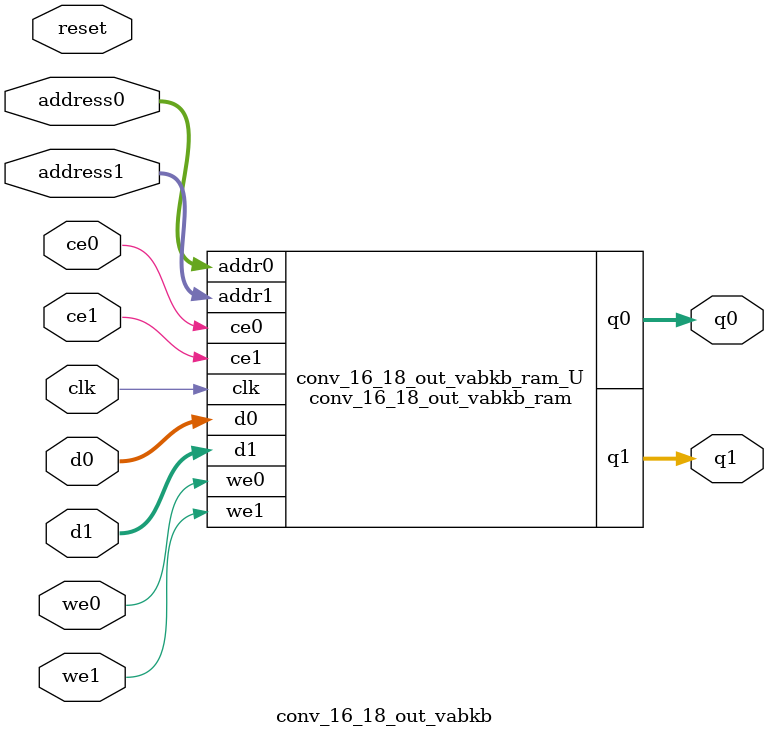
<source format=v>

`timescale 1 ns / 1 ps
module conv_16_18_out_vabkb_ram (addr0, ce0, d0, we0, q0, addr1, ce1, d1, we1, q1,  clk);

parameter DWIDTH = 16;
parameter AWIDTH = 5;
parameter MEM_SIZE = 32;

input[AWIDTH-1:0] addr0;
input ce0;
input[DWIDTH-1:0] d0;
input we0;
output reg[DWIDTH-1:0] q0;
input[AWIDTH-1:0] addr1;
input ce1;
input[DWIDTH-1:0] d1;
input we1;
output reg[DWIDTH-1:0] q1;
input clk;

(* ram_style = "block" *)reg [DWIDTH-1:0] ram[0:MEM_SIZE-1];




always @(posedge clk)  
begin 
    if (ce0) 
    begin
        if (we0) 
        begin 
            ram[addr0] <= d0; 
            q0 <= d0;
        end 
        else 
            q0 <= ram[addr0];
    end
end


always @(posedge clk)  
begin 
    if (ce1) 
    begin
        if (we1) 
        begin 
            ram[addr1] <= d1; 
            q1 <= d1;
        end 
        else 
            q1 <= ram[addr1];
    end
end


endmodule


`timescale 1 ns / 1 ps
module conv_16_18_out_vabkb(
    reset,
    clk,
    address0,
    ce0,
    we0,
    d0,
    q0,
    address1,
    ce1,
    we1,
    d1,
    q1);

parameter DataWidth = 32'd16;
parameter AddressRange = 32'd32;
parameter AddressWidth = 32'd5;
input reset;
input clk;
input[AddressWidth - 1:0] address0;
input ce0;
input we0;
input[DataWidth - 1:0] d0;
output[DataWidth - 1:0] q0;
input[AddressWidth - 1:0] address1;
input ce1;
input we1;
input[DataWidth - 1:0] d1;
output[DataWidth - 1:0] q1;



conv_16_18_out_vabkb_ram conv_16_18_out_vabkb_ram_U(
    .clk( clk ),
    .addr0( address0 ),
    .ce0( ce0 ),
    .d0( d0 ),
    .we0( we0 ),
    .q0( q0 ),
    .addr1( address1 ),
    .ce1( ce1 ),
    .d1( d1 ),
    .we1( we1 ),
    .q1( q1 ));

endmodule


</source>
